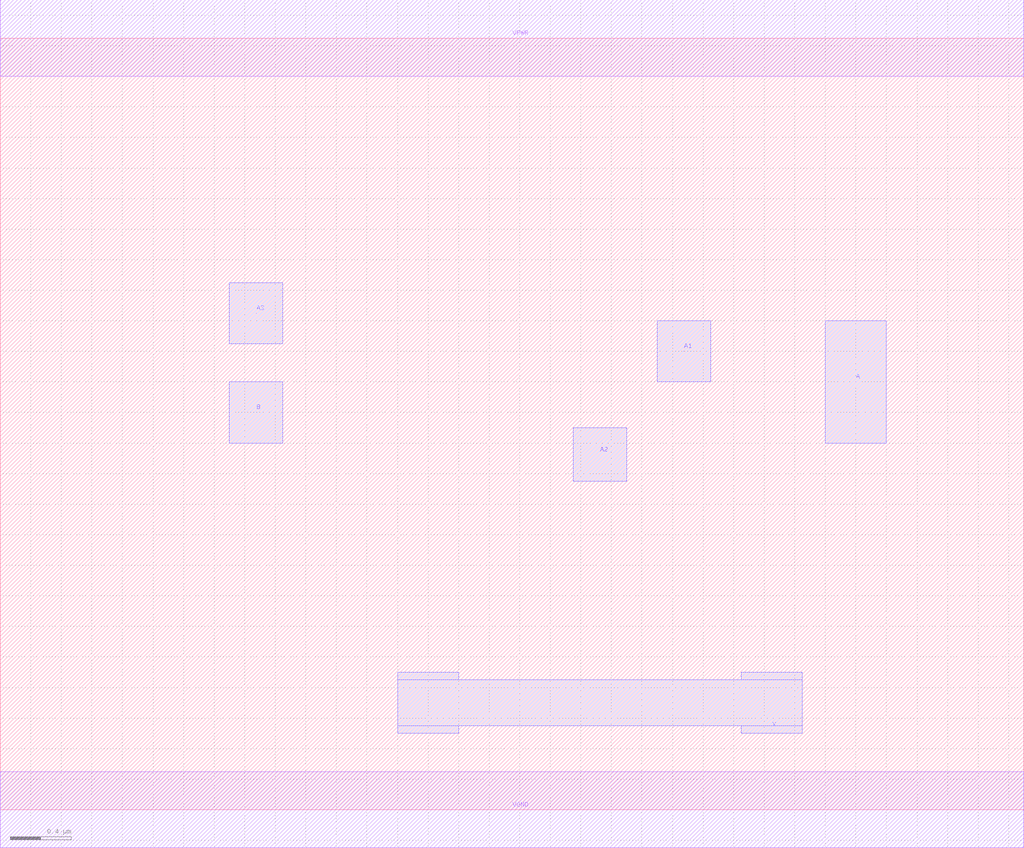
<source format=lef>
VERSION 5.7 ;
  NOWIREEXTENSIONATPIN ON ;
  DIVIDERCHAR "/" ;
  BUSBITCHARS "[]" ;
MACRO OAI41
  CLASS CORE ;
  FOREIGN OAI41 ;
  ORIGIN 0.000 0.000 ;
  SIZE 6.700 BY 5.050 ;
  SYMMETRY X Y R90 ;
  SITE unit ;
  PIN VPWR
    DIRECTION INOUT ;
    USE POWER ;
    SHAPE ABUTMENT ;
    PORT
      LAYER Metal1 ;
        RECT 0.000 4.800 6.700 5.300 ;
    END
  END VPWR
  PIN VGND
    DIRECTION INOUT ;
    USE GROUND ;
    SHAPE ABUTMENT ;
    PORT
      LAYER Metal1 ;
        RECT 0.000 -0.250 6.700 0.250 ;
    END
  END VGND
  PIN Y
    DIRECTION INOUT ;
    USE SIGNAL ;
    SHAPE ABUTMENT ;
    PORT
      LAYER Metal2 ;
        RECT 2.600 0.850 3.000 0.900 ;
        RECT 4.850 0.850 5.250 0.900 ;
        RECT 2.600 0.550 5.250 0.850 ;
        RECT 2.600 0.500 3.000 0.550 ;
        RECT 4.850 0.500 5.250 0.550 ;
    END
  END Y
  PIN A1
    DIRECTION INOUT ;
    USE SIGNAL ;
    SHAPE ABUTMENT ;
    PORT
      LAYER Metal2 ;
        RECT 4.300 2.800 4.650 3.200 ;
    END
  END A1
  PIN B
    DIRECTION INOUT ;
    USE SIGNAL ;
    SHAPE ABUTMENT ;
    PORT
      LAYER Metal2 ;
        RECT 1.500 2.400 1.850 2.800 ;
    END
  END B
  PIN A3
    DIRECTION INOUT ;
    USE SIGNAL ;
    SHAPE ABUTMENT ;
    PORT
      LAYER Metal2 ;
        RECT 1.500 3.050 1.850 3.450 ;
    END
  END A3
  PIN A
    DIRECTION INOUT ;
    USE SIGNAL ;
    SHAPE ABUTMENT ;
    PORT
      LAYER Metal2 ;
        RECT 5.400 2.400 5.800 3.200 ;
    END
  END A
  PIN A2
    DIRECTION INOUT ;
    USE SIGNAL ;
    SHAPE ABUTMENT ;
    PORT
      LAYER Metal2 ;
        RECT 3.750 2.150 4.100 2.500 ;
    END
  END A2
END OAI41
END LIBRARY


</source>
